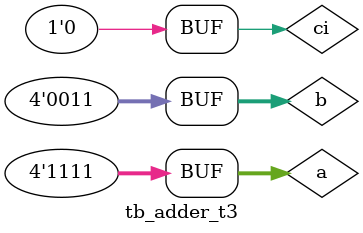
<source format=sv>
module tb_adder_t3;
  logic[3:0] sum, a, b;
  logic ci,co;
  
  
  adder_t3 U1(co, sum, a, b, ci);
  
  initial begin
   a=0;
   b=0;
    ci=0;
    #15 a=4'hA;
    #2 b=3;
    #2 a=2;
    #2 a=15;
    
    
  end
  

endmodule

</source>
